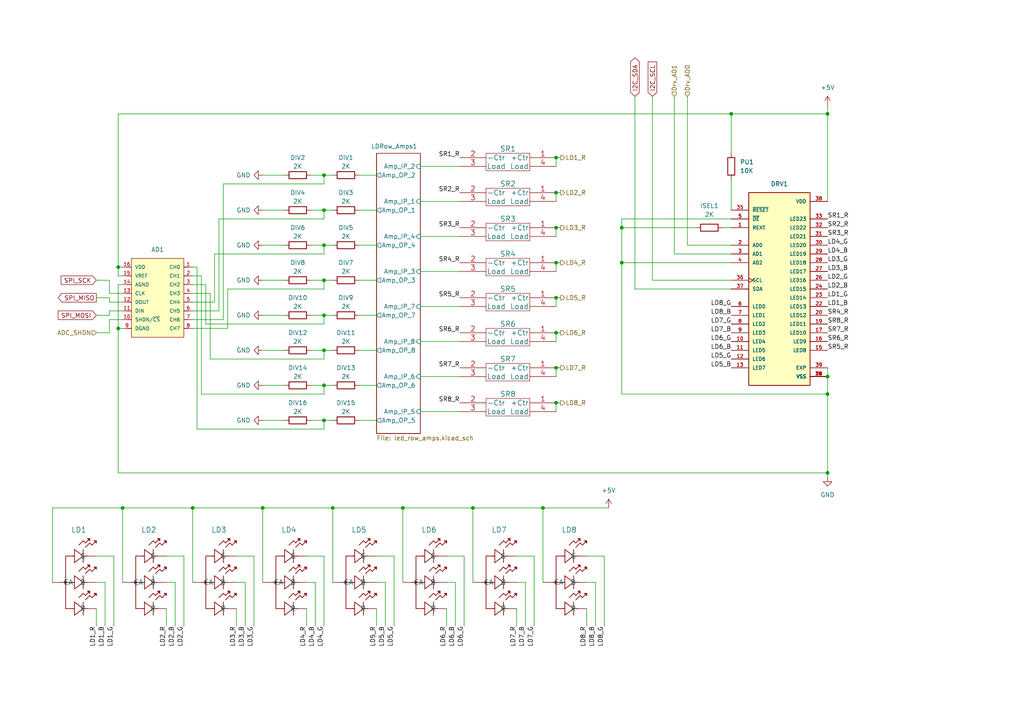
<source format=kicad_sch>
(kicad_sch (version 20211123) (generator eeschema)
  (paper "A4")
  (lib_symbols
    (symbol "ADC:MCU-MCP3008-I{brace}slash}P(DIP16-7.62MM)" (pin_names (offset 1.016))
      (property "Reference" "LED_Row_ADC_1" (at -0.381 15.24 0))
      (symbol "MCU-MCP3008-I{brace}slash}P(DIP16-7.62MM)_0_0"
        (rectangle (start -7.62 11.43) (end 7.62 -11.43) (stroke (width 0.1524)) (fill (type background)))
        (polyline (pts (xy -8.89 -8.89) (xy -7.62 -8.89)) (stroke (width 0.1524)))
        (polyline (pts (xy -8.89 -6.35) (xy -7.62 -6.35)) (stroke (width 0.1524)))
        (polyline (pts (xy -8.89 -3.81) (xy -7.62 -3.81)) (stroke (width 0.1524)))
        (polyline (pts (xy -8.89 -1.27) (xy -7.62 -1.27)) (stroke (width 0.1524)))
        (polyline (pts (xy -8.89 1.27) (xy -7.62 1.27)) (stroke (width 0.1524)))
        (polyline (pts (xy -8.89 3.81) (xy -7.62 3.81)) (stroke (width 0.1524)))
        (polyline (pts (xy -8.89 6.35) (xy -7.62 6.35)) (stroke (width 0.1524)))
        (polyline (pts (xy -8.89 8.89) (xy -7.62 8.89)) (stroke (width 0.1524)))
        (polyline (pts (xy 7.62 -8.89) (xy 8.89 -8.89)) (stroke (width 0.1524)))
        (polyline (pts (xy 7.62 -6.35) (xy 8.89 -6.35)) (stroke (width 0.1524)))
        (polyline (pts (xy 7.62 -3.81) (xy 8.89 -3.81)) (stroke (width 0.1524)))
        (polyline (pts (xy 7.62 -1.27) (xy 8.89 -1.27)) (stroke (width 0.1524)))
        (polyline (pts (xy 7.62 1.27) (xy 8.89 1.27)) (stroke (width 0.1524)))
        (polyline (pts (xy 7.62 3.81) (xy 8.89 3.81)) (stroke (width 0.1524)))
        (polyline (pts (xy 7.62 6.35) (xy 8.89 6.35)) (stroke (width 0.1524)))
        (polyline (pts (xy 7.62 8.89) (xy 8.89 8.89)) (stroke (width 0.1524)))
        (pin input line (at -10.16 8.89 0) (length 2.54) (name "CH0") (number "1"))
        (pin input line (at 10.16 -6.35 180) (length 2.54) (name "SHDN/~{CS}") (number "10"))
        (pin input line (at 10.16 -3.81 180) (length 2.54) (name "DIN") (number "11"))
        (pin output line (at 10.16 -1.27 180) (length 2.54) (name "DOUT") (number "12"))
        (pin input line (at 10.16 1.27 180) (length 2.54) (name "CLK") (number "13"))
        (pin power_in line (at 10.16 3.81 180) (length 2.54) (name "AGND") (number "14"))
        (pin input line (at 10.16 6.35 180) (length 2.54) (name "VREF") (number "15"))
        (pin power_in line (at 10.16 8.89 180) (length 2.54) (name "VDD") (number "16"))
        (pin input line (at -10.16 6.35 0) (length 2.54) (name "CH1") (number "2"))
        (pin input line (at -10.16 3.81 0) (length 2.54) (name "CH2") (number "3"))
        (pin input line (at -10.16 1.27 0) (length 2.54) (name "CH3") (number "4"))
        (pin input line (at -10.16 -1.27 0) (length 2.54) (name "CH4") (number "5"))
        (pin input line (at -10.16 -3.81 0) (length 2.54) (name "CH5") (number "6"))
        (pin input line (at -10.16 -6.35 0) (length 2.54) (name "CH6") (number "7"))
        (pin input line (at -10.16 -8.89 0) (length 2.54) (name "CH7") (number "8"))
        (pin input line (at 10.16 -8.89 180) (length 2.54) (name "DGND") (number "9"))
      )
    )
    (symbol "Device:R" (pin_numbers hide) (pin_names (offset 0))
      (property "Reference" "R" (at 2.032 0 90))
      (property "Value" "R" (at 0 0 90))
      (symbol "R_0_1"
        (rectangle (start -1.016 -2.54) (end 1.016 2.54) (stroke (width 0.254)))
      )
      (symbol "R_1_1"
        (pin passive line (at 0 3.81 270) (length 1.27) (name "~") (number "1"))
        (pin passive line (at 0 -3.81 90) (length 1.27) (name "~") (number "2"))
      )
    )
    (symbol "LED Driver:PCA9956BTWY" (pin_names (offset 1.016))
      (property "Reference" "LED_Driver_1" (at 0 30.48 0))
      (symbol "PCA9956BTWY_0_0"
        (rectangle (start -8.89 27.94) (end 8.89 -27.94) (stroke (width 0.254)) (fill (type background)))
        (pin input line (at -13.97 17.78 0) (length 5.08) (name "REXT") (number "1"))
        (pin output line (at -13.97 -15.24 0) (length 5.08) (name "LED4") (number "10"))
        (pin output line (at -13.97 -17.78 0) (length 5.08) (name "LED5") (number "11"))
        (pin output line (at -13.97 -20.32 0) (length 5.08) (name "LED6") (number "12"))
        (pin output line (at -13.97 -22.86 0) (length 5.08) (name "LED7") (number "13"))
        (pin power_in line (at 13.97 -25.4 180) (length 5.08) (name "VSS") (number "14"))
        (pin output line (at 13.97 -17.78 180) (length 5.08) (name "LED8") (number "15"))
        (pin output line (at 13.97 -15.24 180) (length 5.08) (name "LED9") (number "16"))
        (pin output line (at 13.97 -12.7 180) (length 5.08) (name "LED10") (number "17"))
        (pin power_in line (at 13.97 -25.4 180) (length 5.08) (name "VSS") (number "18"))
        (pin output line (at 13.97 -10.16 180) (length 5.08) (name "LED11") (number "19"))
        (pin input line (at -13.97 12.7 0) (length 5.08) (name "AD0") (number "2"))
        (pin output line (at 13.97 -7.62 180) (length 5.08) (name "LED12") (number "20"))
        (pin power_in line (at 13.97 -25.4 180) (length 5.08) (name "VSS") (number "21"))
        (pin output line (at 13.97 -5.08 180) (length 5.08) (name "LED13") (number "22"))
        (pin output line (at 13.97 -2.54 180) (length 5.08) (name "LED14") (number "23"))
        (pin output line (at 13.97 0 180) (length 5.08) (name "LED15") (number "24"))
        (pin power_in line (at 13.97 -25.4 180) (length 5.08) (name "VSS") (number "25"))
        (pin output line (at 13.97 2.54 180) (length 5.08) (name "LED16") (number "26"))
        (pin output line (at 13.97 5.08 180) (length 5.08) (name "LED17") (number "27"))
        (pin output line (at 13.97 7.62 180) (length 5.08) (name "LED18") (number "28"))
        (pin output line (at 13.97 10.16 180) (length 5.08) (name "LED19") (number "29"))
        (pin input line (at -13.97 10.16 0) (length 5.08) (name "AD1") (number "3"))
        (pin output line (at 13.97 12.7 180) (length 5.08) (name "LED20") (number "30"))
        (pin output line (at 13.97 15.24 180) (length 5.08) (name "LED21") (number "31"))
        (pin output line (at 13.97 17.78 180) (length 5.08) (name "LED22") (number "32"))
        (pin output line (at 13.97 20.32 180) (length 5.08) (name "LED23") (number "33"))
        (pin power_in line (at 13.97 -25.4 180) (length 5.08) (name "VSS") (number "34"))
        (pin input line (at -13.97 22.86 0) (length 5.08) (name "~{RESET}") (number "35"))
        (pin input clock (at -13.97 2.54 0) (length 5.08) (name "SCL") (number "36"))
        (pin bidirectional line (at -13.97 0 0) (length 5.08) (name "SDA") (number "37"))
        (pin power_in line (at 13.97 25.4 180) (length 5.08) (name "VDD") (number "38"))
        (pin power_in line (at 13.97 -22.86 180) (length 5.08) (name "EXP") (number "39"))
        (pin input line (at -13.97 7.62 0) (length 5.08) (name "AD2") (number "4"))
        (pin input line (at -13.97 20.32 0) (length 5.08) (name "~{OE}") (number "5"))
        (pin output line (at -13.97 -5.08 0) (length 5.08) (name "LED0") (number "6"))
        (pin output line (at -13.97 -7.62 0) (length 5.08) (name "LED1") (number "7"))
        (pin output line (at -13.97 -10.16 0) (length 5.08) (name "LED2") (number "8"))
        (pin output line (at -13.97 -12.7 0) (length 5.08) (name "LED3") (number "9"))
      )
    )
    (symbol "RGB LED:WP154A4SEJ3VBDZGC{brace}slash}CA" (pin_numbers hide)
      (property "Reference" "LED" (at 5.08 -11.43 0))
      (property "Value" "WP154A4SEJ3VBDZGC{brace}slash}CA" (at 5.08 -13.97 0))
      (symbol "WP154A4SEJ3VBDZGC{brace}slash}CA_1_1"
        (polyline (pts (xy 2.54 0) (xy 6.0198 0)) (stroke (width 0.2032)))
        (polyline (pts (xy 3.81 -7.62) (xy 6.0198 -7.62)) (stroke (width 0.2032)))
        (polyline (pts (xy 3.81 7.62) (xy 3.81 -7.62)) (stroke (width 0.2032)))
        (polyline (pts (xy 3.81 7.62) (xy 6.0198 7.62)) (stroke (width 0.2032)))
        (polyline (pts (xy 5.715 -7.62) (xy 6.35 -7.62)) (stroke (width 0.2032)))
        (polyline (pts (xy 5.715 0) (xy 6.35 0)) (stroke (width 0.2032)))
        (polyline (pts (xy 5.715 7.62) (xy 6.35 7.62)) (stroke (width 0.2032)))
        (polyline (pts (xy 6.35 -9.525) (xy 8.89 -7.62)) (stroke (width 0.2032)))
        (polyline (pts (xy 6.35 -5.715) (xy 6.35 -9.525)) (stroke (width 0.2032)))
        (polyline (pts (xy 6.35 -1.905) (xy 8.89 0)) (stroke (width 0.2032)))
        (polyline (pts (xy 6.35 1.905) (xy 6.35 -1.905)) (stroke (width 0.2032)))
        (polyline (pts (xy 6.35 5.715) (xy 8.89 7.62)) (stroke (width 0.2032)))
        (polyline (pts (xy 6.35 9.525) (xy 6.35 5.715)) (stroke (width 0.2032)))
        (polyline (pts (xy 7.62 -4.445) (xy 8.89 -3.175)) (stroke (width 0.2032)))
        (polyline (pts (xy 7.62 3.175) (xy 8.89 4.445)) (stroke (width 0.2032)))
        (polyline (pts (xy 7.62 10.795) (xy 8.89 12.065)) (stroke (width 0.2032)))
        (polyline (pts (xy 8.89 -9.525) (xy 8.89 -5.715)) (stroke (width 0.2032)))
        (polyline (pts (xy 8.89 -7.62) (xy 6.35 -5.715)) (stroke (width 0.2032)))
        (polyline (pts (xy 8.89 -7.62) (xy 10.16 -7.62)) (stroke (width 0.2032)))
        (polyline (pts (xy 8.89 -3.175) (xy 9.525 -3.81)) (stroke (width 0.2032)))
        (polyline (pts (xy 8.89 -1.905) (xy 8.89 1.905)) (stroke (width 0.2032)))
        (polyline (pts (xy 8.89 0) (xy 6.35 1.905)) (stroke (width 0.2032)))
        (polyline (pts (xy 8.89 0) (xy 10.16 0)) (stroke (width 0.2032)))
        (polyline (pts (xy 8.89 4.445) (xy 9.525 3.81)) (stroke (width 0.2032)))
        (polyline (pts (xy 8.89 5.715) (xy 8.89 9.525)) (stroke (width 0.2032)))
        (polyline (pts (xy 8.89 7.62) (xy 6.35 9.525)) (stroke (width 0.2032)))
        (polyline (pts (xy 8.89 7.62) (xy 10.16 7.62)) (stroke (width 0.2032)))
        (polyline (pts (xy 8.89 12.065) (xy 9.525 11.43)) (stroke (width 0.2032)))
        (polyline (pts (xy 9.525 -5.08) (xy 10.795 -3.81)) (stroke (width 0.2032)))
        (polyline (pts (xy 9.525 -3.81) (xy 10.795 -2.54)) (stroke (width 0.2032)))
        (polyline (pts (xy 9.525 2.54) (xy 10.795 3.81)) (stroke (width 0.2032)))
        (polyline (pts (xy 9.525 3.81) (xy 10.795 5.08)) (stroke (width 0.2032)))
        (polyline (pts (xy 9.525 10.16) (xy 10.795 11.43)) (stroke (width 0.2032)))
        (polyline (pts (xy 9.525 11.43) (xy 10.795 12.7)) (stroke (width 0.2032)))
        (polyline (pts (xy 10.16 -2.54) (xy 10.795 -3.175)) (stroke (width 0.2032)))
        (polyline (pts (xy 10.16 5.08) (xy 10.795 4.445)) (stroke (width 0.2032)))
        (polyline (pts (xy 10.16 12.7) (xy 10.795 12.065)) (stroke (width 0.2032)))
        (polyline (pts (xy 10.795 -3.81) (xy 11.43 -4.445)) (stroke (width 0.2032)))
        (polyline (pts (xy 10.795 -3.175) (xy 10.795 -2.54)) (stroke (width 0.2032)))
        (polyline (pts (xy 10.795 -2.54) (xy 10.16 -2.54)) (stroke (width 0.2032)))
        (polyline (pts (xy 10.795 3.81) (xy 11.43 3.175)) (stroke (width 0.2032)))
        (polyline (pts (xy 10.795 4.445) (xy 10.795 5.08)) (stroke (width 0.2032)))
        (polyline (pts (xy 10.795 5.08) (xy 10.16 5.08)) (stroke (width 0.2032)))
        (polyline (pts (xy 10.795 11.43) (xy 11.43 10.795)) (stroke (width 0.2032)))
        (polyline (pts (xy 10.795 12.065) (xy 10.795 12.7)) (stroke (width 0.2032)))
        (polyline (pts (xy 10.795 12.7) (xy 10.16 12.7)) (stroke (width 0.2032)))
        (polyline (pts (xy 11.43 -4.445) (xy 12.7 -3.175)) (stroke (width 0.2032)))
        (polyline (pts (xy 11.43 3.175) (xy 12.7 4.445)) (stroke (width 0.2032)))
        (polyline (pts (xy 11.43 10.795) (xy 12.7 12.065)) (stroke (width 0.2032)))
        (polyline (pts (xy 12.065 -3.175) (xy 12.7 -3.81)) (stroke (width 0.2032)))
        (polyline (pts (xy 12.065 4.445) (xy 12.7 3.81)) (stroke (width 0.2032)))
        (polyline (pts (xy 12.065 12.065) (xy 12.7 11.43)) (stroke (width 0.2032)))
        (polyline (pts (xy 12.7 -3.81) (xy 12.7 -3.175)) (stroke (width 0.2032)))
        (polyline (pts (xy 12.7 -3.175) (xy 12.065 -3.175)) (stroke (width 0.2032)))
        (polyline (pts (xy 12.7 3.81) (xy 12.7 4.445)) (stroke (width 0.2032)))
        (polyline (pts (xy 12.7 4.445) (xy 12.065 4.445)) (stroke (width 0.2032)))
        (polyline (pts (xy 12.7 11.43) (xy 12.7 12.065)) (stroke (width 0.2032)))
        (polyline (pts (xy 12.7 12.065) (xy 12.065 12.065)) (stroke (width 0.2032)))
        (arc (start 3.81 -0.254) (mid 3.81 0.254) (end 3.81 -0.254) (stroke (width 0.254)))
        (circle (center 3.81 0) (radius 0.254) (stroke (width 0.254)))
        (pin unspecified line (at 12.7 -7.62 180) (length 2.54) (name "R") (number "1"))
        (pin power_in line (at 0 0 0) (length 2.54) (name "CA") (number "2"))
        (pin unspecified line (at 12.7 0 180) (length 2.54) (name "B") (number "3"))
        (pin unspecified line (at 12.7 7.62 180) (length 2.54) (name "G") (number "4"))
      )
    )
    (symbol "SSR:TLP4176ATP_F" (pin_names (offset 0.254))
      (property "Reference" "Q" (at 0 3.81 0))
      (symbol "TLP4176ATP_F_1_1"
        (polyline (pts (xy -6.35 -2.54) (xy 6.35 -2.54)) (stroke (width 0.127)))
        (polyline (pts (xy -6.35 2.54) (xy -6.35 -2.54)) (stroke (width 0.127)))
        (polyline (pts (xy 6.35 -2.54) (xy 6.35 2.54)) (stroke (width 0.127)))
        (polyline (pts (xy 6.35 2.54) (xy -6.35 2.54)) (stroke (width 0.127)))
        (pin unspecified line (at 13.97 1.27 180) (length 7.62) (name "+Ctr") (number "1"))
        (pin unspecified line (at -13.97 1.27 0) (length 7.62) (name "-Ctr") (number "2"))
        (pin unspecified line (at -13.97 -1.27 0) (length 7.62) (name "Load") (number "3"))
        (pin unspecified line (at 13.97 -1.27 180) (length 7.62) (name "Load") (number "4"))
      )
    )
    (symbol "power:+5V" (power) (pin_names (offset 0))
      (property "Value" "+5V" (at 0 3.556 0))
      (symbol "+5V_0_1"
        (polyline (pts (xy -0.762 1.27) (xy 0 2.54)))
        (polyline (pts (xy 0 0) (xy 0 2.54)))
        (polyline (pts (xy 0 2.54) (xy 0.762 1.27)))
      )
      (symbol "+5V_1_1"
        (pin power_in line (at 0 0 90) (length 0) hide (name "+5V") (number "1"))
      )
    )
    (symbol "power:GND" (power) (pin_names (offset 0))
      (property "Value" "GND" (at 0 -3.81 0))
      (symbol "GND_0_1"
        (polyline (pts (xy 0 0) (xy 0 -1.27) (xy 1.27 -1.27) (xy 0 -2.54) (xy -1.27 -1.27) (xy 0 -1.27)))
      )
      (symbol "GND_1_1"
        (pin power_in line (at 0 0 270) (length 0) hide (name "GND") (number "1"))
      )
    )
  )
  (junction (at 161.29 45.72))
  (junction (at 55.88 147.32))
  (junction (at 161.29 106.68))
  (junction (at 93.98 50.8))
  (junction (at 180.34 76.2))
  (junction (at 35.56 147.32))
  (junction (at 93.98 111.76))
  (junction (at 137.16 147.32))
  (junction (at 93.98 71.12))
  (junction (at 161.29 55.88))
  (junction (at 116.84 147.32))
  (junction (at 34.29 77.47))
  (junction (at 96.52 147.32))
  (junction (at 93.98 101.6))
  (junction (at 76.2 147.32))
  (junction (at 161.29 66.04))
  (junction (at 161.29 96.52))
  (junction (at 161.29 86.36))
  (junction (at 34.29 95.25))
  (junction (at 93.98 60.96))
  (junction (at 161.29 116.84))
  (junction (at 240.03 114.3))
  (junction (at 93.98 121.92))
  (junction (at 240.03 109.22))
  (junction (at 240.03 33.02))
  (junction (at 93.98 91.44))
  (junction (at 180.34 66.04))
  (junction (at 212.09 33.02))
  (junction (at 161.29 76.2))
  (junction (at 157.48 147.32))
  (junction (at 93.98 81.28))
  (junction (at 240.03 137.16))
  (wire (pts (xy 90.17 50.8) (xy 93.98 50.8)))
  (wire (pts (xy 104.14 101.6) (xy 109.22 101.6)))
  (wire (pts (xy 180.34 66.04) (xy 180.34 63.5)))
  (wire (pts (xy 170.18 168.91) (xy 172.72 168.91)))
  (wire (pts (xy 93.98 161.29) (xy 93.98 181.61)))
  (wire (pts (xy 63.5 63.5) (xy 63.5 90.17)))
  (wire (pts (xy 31.75 81.28) (xy 31.75 85.09)))
  (wire (pts (xy 48.26 168.91) (xy 50.8 168.91)))
  (wire (pts (xy 93.98 81.28) (xy 96.52 81.28)))
  (wire (pts (xy 109.22 161.29) (xy 114.3 161.29)))
  (wire (pts (xy 93.98 101.6) (xy 96.52 101.6)))
  (wire (pts (xy 121.92 109.22) (xy 133.35 109.22)))
  (wire (pts (xy 96.52 147.32) (xy 96.52 168.91)))
  (wire (pts (xy 53.34 161.29) (xy 53.34 181.61)))
  (wire (pts (xy 104.14 91.44) (xy 109.22 91.44)))
  (wire (pts (xy 34.29 77.47) (xy 34.29 33.02)))
  (wire (pts (xy 27.94 176.53) (xy 27.94 181.61)))
  (wire (pts (xy 180.34 76.2) (xy 212.09 76.2)))
  (wire (pts (xy 212.09 33.02) (xy 212.09 44.45)))
  (wire (pts (xy 240.03 33.02) (xy 240.03 58.42)))
  (wire (pts (xy 189.23 27.94) (xy 189.23 81.28)))
  (wire (pts (xy 55.88 147.32) (xy 55.88 168.91)))
  (wire (pts (xy 116.84 147.32) (xy 137.16 147.32)))
  (wire (pts (xy 104.14 71.12) (xy 109.22 71.12)))
  (wire (pts (xy 93.98 121.92) (xy 96.52 121.92)))
  (wire (pts (xy 170.18 176.53) (xy 170.18 181.61)))
  (wire (pts (xy 93.98 111.76) (xy 96.52 111.76)))
  (wire (pts (xy 27.94 161.29) (xy 33.02 161.29)))
  (wire (pts (xy 175.26 161.29) (xy 175.26 181.61)))
  (wire (pts (xy 240.03 106.68) (xy 240.03 109.22)))
  (wire (pts (xy 88.9 168.91) (xy 91.44 168.91)))
  (wire (pts (xy 240.03 137.16) (xy 240.03 138.43)))
  (wire (pts (xy 161.29 66.04) (xy 162.56 66.04)))
  (wire (pts (xy 132.08 168.91) (xy 132.08 181.61)))
  (wire (pts (xy 161.29 55.88) (xy 162.56 55.88)))
  (wire (pts (xy 180.34 63.5) (xy 212.09 63.5)))
  (wire (pts (xy 55.88 85.09) (xy 60.96 85.09)))
  (wire (pts (xy 121.92 68.58) (xy 133.35 68.58)))
  (wire (pts (xy 199.39 71.12) (xy 212.09 71.12)))
  (wire (pts (xy 76.2 81.28) (xy 82.55 81.28)))
  (wire (pts (xy 34.29 137.16) (xy 240.03 137.16)))
  (wire (pts (xy 93.98 73.66) (xy 93.98 71.12)))
  (wire (pts (xy 55.88 82.55) (xy 59.69 82.55)))
  (wire (pts (xy 184.15 83.82) (xy 212.09 83.82)))
  (wire (pts (xy 27.94 86.36) (xy 31.75 86.36)))
  (wire (pts (xy 88.9 176.53) (xy 88.9 181.61)))
  (wire (pts (xy 68.58 168.91) (xy 71.12 168.91)))
  (wire (pts (xy 64.77 92.71) (xy 64.77 53.34)))
  (wire (pts (xy 104.14 60.96) (xy 109.22 60.96)))
  (wire (pts (xy 149.86 161.29) (xy 154.94 161.29)))
  (wire (pts (xy 96.52 147.32) (xy 116.84 147.32)))
  (wire (pts (xy 50.8 168.91) (xy 50.8 181.61)))
  (wire (pts (xy 59.69 82.55) (xy 59.69 93.98)))
  (wire (pts (xy 34.29 82.55) (xy 34.29 95.25)))
  (wire (pts (xy 35.56 147.32) (xy 35.56 168.91)))
  (wire (pts (xy 199.39 27.94) (xy 199.39 71.12)))
  (wire (pts (xy 161.29 116.84) (xy 162.56 116.84)))
  (wire (pts (xy 93.98 71.12) (xy 96.52 71.12)))
  (wire (pts (xy 90.17 101.6) (xy 93.98 101.6)))
  (wire (pts (xy 33.02 161.29) (xy 33.02 181.61)))
  (wire (pts (xy 76.2 60.96) (xy 82.55 60.96)))
  (wire (pts (xy 90.17 111.76) (xy 93.98 111.76)))
  (wire (pts (xy 60.96 85.09) (xy 60.96 104.14)))
  (wire (pts (xy 34.29 33.02) (xy 212.09 33.02)))
  (wire (pts (xy 93.98 91.44) (xy 96.52 91.44)))
  (wire (pts (xy 149.86 168.91) (xy 152.4 168.91)))
  (wire (pts (xy 27.94 96.52) (xy 31.75 96.52)))
  (wire (pts (xy 93.98 124.46) (xy 93.98 121.92)))
  (wire (pts (xy 76.2 147.32) (xy 96.52 147.32)))
  (wire (pts (xy 104.14 111.76) (xy 109.22 111.76)))
  (wire (pts (xy 93.98 63.5) (xy 93.98 60.96)))
  (wire (pts (xy 90.17 91.44) (xy 93.98 91.44)))
  (wire (pts (xy 31.75 87.63) (xy 35.56 87.63)))
  (wire (pts (xy 73.66 161.29) (xy 73.66 181.61)))
  (wire (pts (xy 34.29 95.25) (xy 35.56 95.25)))
  (wire (pts (xy 104.14 121.92) (xy 109.22 121.92)))
  (wire (pts (xy 109.22 176.53) (xy 109.22 181.61)))
  (wire (pts (xy 31.75 92.71) (xy 35.56 92.71)))
  (wire (pts (xy 189.23 81.28) (xy 212.09 81.28)))
  (wire (pts (xy 58.42 80.01) (xy 58.42 114.3)))
  (wire (pts (xy 170.18 161.29) (xy 175.26 161.29)))
  (wire (pts (xy 34.29 77.47) (xy 34.29 80.01)))
  (wire (pts (xy 137.16 147.32) (xy 137.16 168.91)))
  (wire (pts (xy 62.23 73.66) (xy 93.98 73.66)))
  (wire (pts (xy 64.77 53.34) (xy 93.98 53.34)))
  (wire (pts (xy 31.75 91.44) (xy 31.75 90.17)))
  (wire (pts (xy 109.22 168.91) (xy 111.76 168.91)))
  (wire (pts (xy 134.62 161.29) (xy 134.62 181.61)))
  (wire (pts (xy 93.98 104.14) (xy 93.98 101.6)))
  (wire (pts (xy 93.98 93.98) (xy 93.98 91.44)))
  (wire (pts (xy 161.29 119.38) (xy 161.29 116.84)))
  (wire (pts (xy 90.17 71.12) (xy 93.98 71.12)))
  (wire (pts (xy 161.29 76.2) (xy 162.56 76.2)))
  (wire (pts (xy 161.29 48.26) (xy 161.29 45.72)))
  (wire (pts (xy 121.92 58.42) (xy 133.35 58.42)))
  (wire (pts (xy 240.03 30.48) (xy 240.03 33.02)))
  (wire (pts (xy 76.2 101.6) (xy 82.55 101.6)))
  (wire (pts (xy 93.98 114.3) (xy 93.98 111.76)))
  (wire (pts (xy 60.96 104.14) (xy 93.98 104.14)))
  (wire (pts (xy 66.04 83.82) (xy 66.04 95.25)))
  (wire (pts (xy 15.24 168.91) (xy 15.24 147.32)))
  (wire (pts (xy 121.92 88.9) (xy 133.35 88.9)))
  (wire (pts (xy 34.29 95.25) (xy 34.29 137.16)))
  (wire (pts (xy 35.56 82.55) (xy 34.29 82.55)))
  (wire (pts (xy 212.09 52.07) (xy 212.09 60.96)))
  (wire (pts (xy 93.98 83.82) (xy 66.04 83.82)))
  (wire (pts (xy 55.88 80.01) (xy 58.42 80.01)))
  (wire (pts (xy 91.44 168.91) (xy 91.44 181.61)))
  (wire (pts (xy 161.29 86.36) (xy 162.56 86.36)))
  (wire (pts (xy 161.29 68.58) (xy 161.29 66.04)))
  (wire (pts (xy 129.54 168.91) (xy 132.08 168.91)))
  (wire (pts (xy 121.92 99.06) (xy 133.35 99.06)))
  (wire (pts (xy 55.88 77.47) (xy 57.15 77.47)))
  (wire (pts (xy 93.98 60.96) (xy 96.52 60.96)))
  (wire (pts (xy 76.2 71.12) (xy 82.55 71.12)))
  (wire (pts (xy 35.56 77.47) (xy 34.29 77.47)))
  (wire (pts (xy 57.15 77.47) (xy 57.15 124.46)))
  (wire (pts (xy 161.29 99.06) (xy 161.29 96.52)))
  (wire (pts (xy 76.2 91.44) (xy 82.55 91.44)))
  (wire (pts (xy 76.2 121.92) (xy 82.55 121.92)))
  (wire (pts (xy 180.34 66.04) (xy 201.93 66.04)))
  (wire (pts (xy 27.94 81.28) (xy 31.75 81.28)))
  (wire (pts (xy 76.2 147.32) (xy 76.2 168.91)))
  (wire (pts (xy 93.98 83.82) (xy 93.98 81.28)))
  (wire (pts (xy 240.03 114.3) (xy 240.03 137.16)))
  (wire (pts (xy 152.4 168.91) (xy 152.4 181.61)))
  (wire (pts (xy 93.98 53.34) (xy 93.98 50.8)))
  (wire (pts (xy 93.98 50.8) (xy 96.52 50.8)))
  (wire (pts (xy 161.29 106.68) (xy 162.56 106.68)))
  (wire (pts (xy 184.15 27.94) (xy 184.15 83.82)))
  (wire (pts (xy 31.75 90.17) (xy 35.56 90.17)))
  (wire (pts (xy 31.75 96.52) (xy 31.75 92.71)))
  (wire (pts (xy 180.34 76.2) (xy 180.34 66.04)))
  (wire (pts (xy 34.29 80.01) (xy 35.56 80.01)))
  (wire (pts (xy 154.94 161.29) (xy 154.94 181.61)))
  (wire (pts (xy 180.34 114.3) (xy 180.34 76.2)))
  (wire (pts (xy 76.2 111.76) (xy 82.55 111.76)))
  (wire (pts (xy 240.03 109.22) (xy 240.03 114.3)))
  (wire (pts (xy 195.58 27.94) (xy 195.58 73.66)))
  (wire (pts (xy 55.88 87.63) (xy 62.23 87.63)))
  (wire (pts (xy 55.88 147.32) (xy 76.2 147.32)))
  (wire (pts (xy 63.5 90.17) (xy 55.88 90.17)))
  (wire (pts (xy 71.12 168.91) (xy 71.12 181.61)))
  (wire (pts (xy 161.29 58.42) (xy 161.29 55.88)))
  (wire (pts (xy 90.17 81.28) (xy 93.98 81.28)))
  (wire (pts (xy 48.26 176.53) (xy 48.26 181.61)))
  (wire (pts (xy 157.48 147.32) (xy 157.48 168.91)))
  (wire (pts (xy 161.29 88.9) (xy 161.29 86.36)))
  (wire (pts (xy 209.55 66.04) (xy 212.09 66.04)))
  (wire (pts (xy 111.76 168.91) (xy 111.76 181.61)))
  (wire (pts (xy 212.09 33.02) (xy 240.03 33.02)))
  (wire (pts (xy 116.84 147.32) (xy 116.84 168.91)))
  (wire (pts (xy 27.94 91.44) (xy 31.75 91.44)))
  (wire (pts (xy 58.42 114.3) (xy 93.98 114.3)))
  (wire (pts (xy 161.29 96.52) (xy 162.56 96.52)))
  (wire (pts (xy 59.69 93.98) (xy 93.98 93.98)))
  (wire (pts (xy 15.24 147.32) (xy 35.56 147.32)))
  (wire (pts (xy 114.3 161.29) (xy 114.3 181.61)))
  (wire (pts (xy 121.92 119.38) (xy 133.35 119.38)))
  (wire (pts (xy 161.29 109.22) (xy 161.29 106.68)))
  (wire (pts (xy 27.94 168.91) (xy 30.48 168.91)))
  (wire (pts (xy 55.88 95.25) (xy 66.04 95.25)))
  (wire (pts (xy 104.14 50.8) (xy 109.22 50.8)))
  (wire (pts (xy 157.48 147.32) (xy 176.53 147.32)))
  (wire (pts (xy 161.29 78.74) (xy 161.29 76.2)))
  (wire (pts (xy 76.2 50.8) (xy 82.55 50.8)))
  (wire (pts (xy 48.26 161.29) (xy 53.34 161.29)))
  (wire (pts (xy 64.77 92.71) (xy 55.88 92.71)))
  (wire (pts (xy 121.92 78.74) (xy 133.35 78.74)))
  (wire (pts (xy 161.29 45.72) (xy 162.56 45.72)))
  (wire (pts (xy 31.75 86.36) (xy 31.75 87.63)))
  (wire (pts (xy 93.98 63.5) (xy 63.5 63.5)))
  (wire (pts (xy 57.15 124.46) (xy 93.98 124.46)))
  (wire (pts (xy 88.9 161.29) (xy 93.98 161.29)))
  (wire (pts (xy 121.92 48.26) (xy 133.35 48.26)))
  (wire (pts (xy 240.03 114.3) (xy 180.34 114.3)))
  (wire (pts (xy 90.17 121.92) (xy 93.98 121.92)))
  (wire (pts (xy 35.56 147.32) (xy 55.88 147.32)))
  (wire (pts (xy 30.48 168.91) (xy 30.48 181.61)))
  (wire (pts (xy 104.14 81.28) (xy 109.22 81.28)))
  (wire (pts (xy 129.54 176.53) (xy 129.54 181.61)))
  (wire (pts (xy 90.17 60.96) (xy 93.98 60.96)))
  (wire (pts (xy 129.54 161.29) (xy 134.62 161.29)))
  (wire (pts (xy 149.86 176.53) (xy 149.86 181.61)))
  (wire (pts (xy 172.72 168.91) (xy 172.72 181.61)))
  (wire (pts (xy 68.58 161.29) (xy 73.66 161.29)))
  (wire (pts (xy 62.23 87.63) (xy 62.23 73.66)))
  (wire (pts (xy 137.16 147.32) (xy 157.48 147.32)))
  (wire (pts (xy 68.58 176.53) (xy 68.58 181.61)))
  (wire (pts (xy 31.75 85.09) (xy 35.56 85.09)))
  (wire (pts (xy 195.58 73.66) (xy 212.09 73.66)))
  (label "LD4_G" (at 240.03 71.12 0))
  (label "LD2_G" (at 240.03 81.28 0))
  (label "LD6_B" (at 132.08 181.61 270))
  (label "LD3_B" (at 71.12 181.61 270))
  (label "LD3_R" (at 68.58 181.61 270))
  (label "LD4_B" (at 91.44 181.61 270))
  (label "LD5_B" (at 212.09 106.68 180))
  (label "SR3_R" (at 240.03 68.58 0))
  (label "SR7_R" (at 240.03 96.52 0))
  (label "LD7_R" (at 149.86 181.61 270))
  (label "LD6_G" (at 134.62 181.61 270))
  (label "LD3_G" (at 73.66 181.61 270))
  (label "LD8_R" (at 170.18 181.61 270))
  (label "SR5_R" (at 240.03 101.6 0))
  (label "SR2_R" (at 240.03 66.04 0))
  (label "LD6_B" (at 212.09 101.6 180))
  (label "LD5_R" (at 109.22 181.61 270))
  (label "LD4_B" (at 240.03 73.66 0))
  (label "LD5_G" (at 114.3 181.61 270))
  (label "LD7_G" (at 154.94 181.61 270))
  (label "SR1_R" (at 133.35 45.72 180))
  (label "LD2_R" (at 48.26 181.61 270))
  (label "LD8_G" (at 175.26 181.61 270))
  (label "SR1_R" (at 240.03 63.5 0))
  (label "LD6_R" (at 129.54 181.61 270))
  (label "SR5_R" (at 133.35 86.36 180))
  (label "LD4_G" (at 93.98 181.61 270))
  (label "SR7_R" (at 133.35 106.68 180))
  (label "LD6_G" (at 212.09 99.06 180))
  (label "SR3_R" (at 133.35 66.04 180))
  (label "LD1_B" (at 30.48 181.61 270))
  (label "LD8_G" (at 212.09 88.9 180))
  (label "LD7_B" (at 212.09 96.52 180))
  (label "SR6_R" (at 133.35 96.52 180))
  (label "LD2_B" (at 50.8 181.61 270))
  (label "LD1_B" (at 240.03 88.9 0))
  (label "LD3_G" (at 240.03 76.2 0))
  (label "LD7_G" (at 212.09 93.98 180))
  (label "LD2_B" (at 240.03 83.82 0))
  (label "LD1_R" (at 27.94 181.61 270))
  (label "LD8_B" (at 172.72 181.61 270))
  (label "LD5_B" (at 111.76 181.61 270))
  (label "LD4_R" (at 88.9 181.61 270))
  (label "SR4_R" (at 240.03 91.44 0))
  (label "SR8_R" (at 133.35 116.84 180))
  (label "LD3_B" (at 240.03 78.74 0))
  (label "LD7_B" (at 152.4 181.61 270))
  (label "LD1_G" (at 240.03 86.36 0))
  (label "SR2_R" (at 133.35 55.88 180))
  (label "LD1_G" (at 33.02 181.61 270))
  (label "LD2_G" (at 53.34 181.61 270))
  (label "LD8_B" (at 212.09 91.44 180))
  (label "SR4_R" (at 133.35 76.2 180))
  (label "LD5_G" (at 212.09 104.14 180))
  (label "SR8_R" (at 240.03 93.98 0))
  (label "SR6_R" (at 240.03 99.06 0))
  (global_label "SPI_MOSI" (shape input) (at 27.94 91.44 180) (property "Intersheet References" "${INTERSHEET_REFS}" (effects hide)))
  (global_label "I2C_SCL" (shape input) (at 189.23 27.94 90) (property "Intersheet References" "${INTERSHEET_REFS}" (effects hide)))
  (global_label "SPI_SCK" (shape input) (at 27.94 81.28 180) (property "Intersheet References" "${INTERSHEET_REFS}" (effects hide)))
  (global_label "SPI_MISO" (shape output) (at 27.94 86.36 180) (property "Intersheet References" "${INTERSHEET_REFS}" (effects hide)))
  (global_label "I2C_SDA" (shape bidirectional) (at 184.15 27.94 90) (property "Intersheet References" "${INTERSHEET_REFS}" (effects hide)))
  (hierarchical_label "LD2_R" (shape output) (at 162.56 55.88 0))
  (hierarchical_label "LD4_R" (shape output) (at 162.56 76.2 0))
  (hierarchical_label "LD5_R" (shape output) (at 162.56 86.36 0))
  (hierarchical_label "LD6_R" (shape output) (at 162.56 96.52 0))
  (hierarchical_label "Drv_AD1" (shape input) (at 195.58 27.94 90))
  (hierarchical_label "ADC_SHDN" (shape input) (at 27.94 96.52 180))
  (hierarchical_label "LD7_R" (shape output) (at 162.56 106.68 0))
  (hierarchical_label "LD8_R" (shape output) (at 162.56 116.84 0))
  (hierarchical_label "LD1_R" (shape output) (at 162.56 45.72 0))
  (hierarchical_label "Drv_AD0" (shape input) (at 199.39 27.94 90))
  (hierarchical_label "LD3_R" (shape output) (at 162.56 66.04 0))
  (symbol (lib_id "SSR:TLP4176ATP_F") (at 147.32 97.79 0) (unit 1)
    (property "Reference" "SR6" (at 147.32 93.98 0) (effects (font (size 1.524 1.524))))
    (property "Value" "TLP4176ATP_F" (effects hide))
    (property "Footprint" "SSR:footprints" (effects hide))
  )
  (symbol (lib_id "Device:R") (at 100.33 111.76 90) (mirror x) (unit 1)
    (property "Reference" "DIV13" (at 100.33 106.68 90))
    (property "Value" "2K" (at 100.33 109.22 90))
    (property "Footprint" "Resistor 1608Metric:Resistor - SMD - 1608Metric" (effects hide))
  )
  (symbol (lib_id "Device:R") (at 100.33 121.92 90) (mirror x) (unit 1)
    (property "Reference" "DIV15" (at 100.33 116.84 90))
    (property "Value" "2K" (at 100.33 119.38 90))
    (property "Footprint" "Resistor 1608Metric:Resistor - SMD - 1608Metric" (effects hide))
  )
  (symbol (lib_id "power:GND") (at 76.2 60.96 270) (unit 1)
    (property "Reference" "#PWR0118" (effects hide))
    (property "Value" "GND" (at 68.58 60.96 90) (effects (justify left)))
  )
  (symbol (lib_id "power:+5V") (at 176.53 147.32 0) (unit 1)
    (property "Reference" "#PWR0109" (effects hide))
    (property "Value" "+5V" (at 176.53 142.24 0))
  )
  (symbol (lib_id "SSR:TLP4176ATP_F") (at 147.32 87.63 0) (unit 1)
    (property "Reference" "SR5" (at 147.32 83.82 0) (effects (font (size 1.524 1.524))))
    (property "Value" "TLP4176ATP_F" (effects hide))
    (property "Footprint" "SSR:footprints" (effects hide))
  )
  (symbol (lib_id "Device:R") (at 100.33 81.28 90) (mirror x) (unit 1)
    (property "Reference" "DIV7" (at 100.33 76.2 90))
    (property "Value" "2K" (at 100.33 78.74 90))
    (property "Footprint" "Resistor 1608Metric:Resistor - SMD - 1608Metric" (effects hide))
  )
  (symbol (lib_id "SSR:TLP4176ATP_F") (at 147.32 67.31 0) (unit 1)
    (property "Reference" "SR3" (at 147.32 63.5 0) (effects (font (size 1.524 1.524))))
    (property "Value" "TLP4176ATP_F" (effects hide))
    (property "Footprint" "SSR:footprints" (effects hide))
  )
  (symbol (lib_id "RGB LED:WP154A4SEJ3VBDZGC{brace}slash}CA") (at 15.24 168.91 0) (unit 1)
    (property "Reference" "LD1" (at 22.86 153.67 0) (effects (font (size 1.524 1.524))))
    (property "Value" "WP154A4SEJ3VBDZGC{slash}CA" (effects hide))
    (property "Footprint" "RGB LED:WP154A4SEJ3VBDZGC&slash_CA" (effects hide))
  )
  (symbol (lib_id "RGB LED:WP154A4SEJ3VBDZGC{brace}slash}CA") (at 55.88 168.91 0) (unit 1)
    (property "Reference" "LD3" (at 63.5 153.67 0) (effects (font (size 1.524 1.524))))
    (property "Value" "WP154A4SEJ3VBDZGC{slash}CA" (effects hide))
    (property "Footprint" "RGB LED:WP154A4SEJ3VBDZGC&slash_CA" (effects hide))
  )
  (symbol (lib_id "RGB LED:WP154A4SEJ3VBDZGC{brace}slash}CA") (at 76.2 168.91 0) (unit 1)
    (property "Reference" "LD4" (at 83.82 153.67 0) (effects (font (size 1.524 1.524))))
    (property "Value" "WP154A4SEJ3VBDZGC{slash}CA" (effects hide))
    (property "Footprint" "RGB LED:WP154A4SEJ3VBDZGC&slash_CA" (effects hide))
  )
  (symbol (lib_id "power:GND") (at 76.2 91.44 270) (unit 1)
    (property "Reference" "#PWR0113" (effects hide))
    (property "Value" "GND" (at 68.58 91.44 90) (effects (justify left)))
  )
  (symbol (lib_id "SSR:TLP4176ATP_F") (at 147.32 77.47 0) (unit 1)
    (property "Reference" "SR4" (at 147.32 73.66 0) (effects (font (size 1.524 1.524))))
    (property "Value" "TLP4176ATP_F" (effects hide))
    (property "Footprint" "SSR:footprints" (effects hide))
  )
  (symbol (lib_id "Device:R") (at 86.36 81.28 90) (mirror x) (unit 1)
    (property "Reference" "DIV8" (at 86.36 76.2 90))
    (property "Value" "2K" (at 86.36 78.74 90))
    (property "Footprint" "Resistor 1608Metric:Resistor - SMD - 1608Metric" (effects hide))
  )
  (symbol (lib_id "Device:R") (at 86.36 71.12 90) (mirror x) (unit 1)
    (property "Reference" "DIV6" (at 86.36 66.04 90))
    (property "Value" "2K" (at 86.36 68.58 90))
    (property "Footprint" "Resistor 1608Metric:Resistor - SMD - 1608Metric" (effects hide))
  )
  (symbol (lib_id "Device:R") (at 86.36 91.44 90) (mirror x) (unit 1)
    (property "Reference" "DIV10" (at 86.36 86.36 90))
    (property "Value" "2K" (at 86.36 88.9 90))
    (property "Footprint" "Resistor 1608Metric:Resistor - SMD - 1608Metric" (effects hide))
  )
  (symbol (lib_id "power:GND") (at 76.2 101.6 270) (unit 1)
    (property "Reference" "#PWR0115" (effects hide))
    (property "Value" "GND" (at 68.58 101.6 90) (effects (justify left)))
  )
  (symbol (lib_id "Device:R") (at 86.36 111.76 90) (mirror x) (unit 1)
    (property "Reference" "DIV14" (at 86.36 106.68 90))
    (property "Value" "2K" (at 86.36 109.22 90))
    (property "Footprint" "Resistor 1608Metric:Resistor - SMD - 1608Metric" (effects hide))
  )
  (symbol (lib_id "SSR:TLP4176ATP_F") (at 147.32 57.15 0) (unit 1)
    (property "Reference" "SR2" (at 147.32 53.34 0) (effects (font (size 1.524 1.524))))
    (property "Value" "TLP4176ATP_F" (effects hide))
    (property "Footprint" "SSR:footprints" (effects hide))
  )
  (symbol (lib_id "Device:R") (at 100.33 71.12 90) (mirror x) (unit 1)
    (property "Reference" "DIV5" (at 100.33 66.04 90))
    (property "Value" "2K" (at 100.33 68.58 90))
    (property "Footprint" "Resistor 1608Metric:Resistor - SMD - 1608Metric" (effects hide))
  )
  (symbol (lib_id "ADC:MCU-MCP3008-I{brace}slash}P(DIP16-7.62MM)") (at 45.72 86.36 0) (mirror y) (unit 1)
    (property "Reference" "AD1" (at 45.72 72.39 0))
    (property "Value" "MCU-MCP3008-I/P(DIP16-7.62MM)" (effects hide))
    (property "Footprint" "ADC:footprints_smd" (effects hide))
    (property "MPN" "MCP3008-I/P" (effects hide))
    (property "VALUE" "MCP3008-I/P-DIP16" (effects hide))
  )
  (symbol (lib_id "RGB LED:WP154A4SEJ3VBDZGC{brace}slash}CA") (at 157.48 168.91 0) (unit 1)
    (property "Reference" "LD8" (at 165.1 153.67 0) (effects (font (size 1.524 1.524))))
    (property "Value" "WP154A4SEJ3VBDZGC{slash}CA" (effects hide))
    (property "Footprint" "RGB LED:WP154A4SEJ3VBDZGC&slash_CA" (effects hide))
  )
  (symbol (lib_id "SSR:TLP4176ATP_F") (at 147.32 46.99 0) (unit 1)
    (property "Reference" "SR1" (at 147.32 43.18 0) (effects (font (size 1.524 1.524))))
    (property "Value" "TLP4176ATP_F" (effects hide))
    (property "Footprint" "SSR:footprints" (effects hide))
  )
  (symbol (lib_id "RGB LED:WP154A4SEJ3VBDZGC{brace}slash}CA") (at 96.52 168.91 0) (unit 1)
    (property "Reference" "LD5" (at 104.14 153.67 0) (effects (font (size 1.524 1.524))))
    (property "Value" "WP154A4SEJ3VBDZGC{slash}CA" (effects hide))
    (property "Footprint" "RGB LED:WP154A4SEJ3VBDZGC&slash_CA" (effects hide))
  )
  (symbol (lib_id "power:GND") (at 76.2 71.12 270) (unit 1)
    (property "Reference" "#PWR0119" (effects hide))
    (property "Value" "GND" (at 68.58 71.12 90) (effects (justify left)))
  )
  (symbol (lib_id "Device:R") (at 86.36 101.6 90) (mirror x) (unit 1)
    (property "Reference" "DIV12" (at 86.36 96.52 90))
    (property "Value" "2K" (at 86.36 99.06 90))
    (property "Footprint" "Resistor 1608Metric:Resistor - SMD - 1608Metric" (effects hide))
  )
  (symbol (lib_id "RGB LED:WP154A4SEJ3VBDZGC{brace}slash}CA") (at 137.16 168.91 0) (unit 1)
    (property "Reference" "LD7" (at 144.78 153.67 0) (effects (font (size 1.524 1.524))))
    (property "Value" "WP154A4SEJ3VBDZGC{slash}CA" (effects hide))
    (property "Footprint" "RGB LED:WP154A4SEJ3VBDZGC&slash_CA" (effects hide))
  )
  (symbol (lib_id "Device:R") (at 100.33 91.44 90) (mirror x) (unit 1)
    (property "Reference" "DIV9" (at 100.33 86.36 90))
    (property "Value" "2K" (at 100.33 88.9 90))
    (property "Footprint" "Resistor 1608Metric:Resistor - SMD - 1608Metric" (effects hide))
  )
  (symbol (lib_id "Device:R") (at 86.36 60.96 90) (mirror x) (unit 1)
    (property "Reference" "DIV4" (at 86.36 55.88 90))
    (property "Value" "2K" (at 86.36 58.42 90))
    (property "Footprint" "Resistor 1608Metric:Resistor - SMD - 1608Metric" (effects hide))
  )
  (symbol (lib_id "power:GND") (at 76.2 111.76 270) (unit 1)
    (property "Reference" "#PWR0116" (effects hide))
    (property "Value" "GND" (at 68.58 111.76 90) (effects (justify left)))
  )
  (symbol (lib_id "Device:R") (at 86.36 121.92 90) (mirror x) (unit 1)
    (property "Reference" "DIV16" (at 86.36 116.84 90))
    (property "Value" "2K" (at 86.36 119.38 90))
    (property "Footprint" "Resistor 1608Metric:Resistor - SMD - 1608Metric" (effects hide))
  )
  (symbol (lib_id "power:GND") (at 76.2 81.28 270) (unit 1)
    (property "Reference" "#PWR0120" (effects hide))
    (property "Value" "GND" (at 68.58 81.28 90) (effects (justify left)))
  )
  (symbol (lib_id "power:+5V") (at 240.03 30.48 0) (unit 1)
    (property "Reference" "#PWR0105" (effects hide))
    (property "Value" "+5V" (at 240.03 25.4 0))
  )
  (symbol (lib_id "power:GND") (at 76.2 50.8 270) (unit 1)
    (property "Reference" "#PWR0117" (effects hide))
    (property "Value" "GND" (at 68.58 50.8 90) (effects (justify left)))
  )
  (symbol (lib_id "Device:R") (at 86.36 50.8 90) (mirror x) (unit 1)
    (property "Reference" "DIV2" (at 86.36 45.72 90))
    (property "Value" "2K" (at 86.36 48.26 90))
    (property "Footprint" "Resistor 1608Metric:Resistor - SMD - 1608Metric" (effects hide))
  )
  (symbol (lib_id "Device:R") (at 100.33 50.8 90) (mirror x) (unit 1)
    (property "Reference" "DIV1" (at 100.33 45.72 90))
    (property "Value" "2K" (at 100.33 48.26 90))
    (property "Footprint" "Resistor 1608Metric:Resistor - SMD - 1608Metric" (effects hide))
  )
  (symbol (lib_id "power:GND") (at 240.03 138.43 0) (unit 1)
    (property "Reference" "#PWR0106" (effects hide))
    (property "Value" "GND" (at 240.03 143.51 0))
  )
  (symbol (lib_id "RGB LED:WP154A4SEJ3VBDZGC{brace}slash}CA") (at 116.84 168.91 0) (unit 1)
    (property "Reference" "LD6" (at 124.46 153.67 0) (effects (font (size 1.524 1.524))))
    (property "Value" "WP154A4SEJ3VBDZGC{slash}CA" (effects hide))
    (property "Footprint" "RGB LED:WP154A4SEJ3VBDZGC&slash_CA" (effects hide))
  )
  (symbol (lib_id "RGB LED:WP154A4SEJ3VBDZGC{brace}slash}CA") (at 35.56 168.91 0) (unit 1)
    (property "Reference" "LD2" (at 43.18 153.67 0) (effects (font (size 1.524 1.524))))
    (property "Value" "WP154A4SEJ3VBDZGC{slash}CA" (effects hide))
    (property "Footprint" "RGB LED:WP154A4SEJ3VBDZGC&slash_CA" (effects hide))
  )
  (symbol (lib_id "Device:R") (at 212.09 48.26 0) (unit 1)
    (property "Reference" "PU1" (at 214.63 46.9899 0) (effects (justify left)))
    (property "Value" "10K" (at 214.63 49.5299 0) (effects (justify left)))
    (property "Footprint" "Resistor 1608Metric:Resistor - SMD - 1608Metric" (effects hide))
  )
  (symbol (lib_id "Device:R") (at 100.33 60.96 90) (mirror x) (unit 1)
    (property "Reference" "DIV3" (at 100.33 55.88 90))
    (property "Value" "2K" (at 100.33 58.42 90))
    (property "Footprint" "Resistor 1608Metric:Resistor - SMD - 1608Metric" (effects hide))
  )
  (symbol (lib_id "Device:R") (at 100.33 101.6 90) (mirror x) (unit 1)
    (property "Reference" "DIV11" (at 100.33 96.52 90))
    (property "Value" "2K" (at 100.33 99.06 90))
    (property "Footprint" "Resistor 1608Metric:Resistor - SMD - 1608Metric" (effects hide))
  )
  (symbol (lib_id "LED Driver:PCA9956BTWY") (at 226.06 83.82 0) (unit 1)
    (property "Reference" "DRV1" (at 226.06 53.34 0))
    (property "Value" "PCA9956BTWY" (effects hide))
    (property "Footprint" "LED Driver:SOP50P640X110-39N" (effects hide))
    (property "PARTREV" "1.1" (effects hide))
    (property "MAXIMUM_PACKAGE_HEIGHT" "1.1mm" (effects hide))
    (property "MANUFACTURER" "NXP" (effects hide))
    (property "STANDARD" "IPC7351B" (effects hide))
  )
  (symbol (lib_id "SSR:TLP4176ATP_F") (at 147.32 107.95 0) (unit 1)
    (property "Reference" "SR7" (at 147.32 104.14 0) (effects (font (size 1.524 1.524))))
    (property "Value" "TLP4176ATP_F" (effects hide))
    (property "Footprint" "SSR:footprints" (effects hide))
  )
  (symbol (lib_id "power:GND") (at 76.2 121.92 270) (unit 1)
    (property "Reference" "#PWR0114" (effects hide))
    (property "Value" "GND" (at 68.58 121.92 90) (effects (justify left)))
  )
  (symbol (lib_id "Device:R") (at 205.74 66.04 90) (mirror x) (unit 1)
    (property "Reference" "ISEL1" (at 205.74 59.69 90))
    (property "Value" "2K" (at 205.74 62.23 90))
    (property "Footprint" "Resistor 1608Metric:Resistor - SMD - 1608Metric" (effects hide))
  )
  (symbol (lib_id "SSR:TLP4176ATP_F") (at 147.32 118.11 0) (unit 1)
    (property "Reference" "SR8" (at 147.32 114.3 0) (effects (font (size 1.524 1.524))))
    (property "Value" "TLP4176ATP_F" (effects hide))
    (property "Footprint" "SSR:footprints" (effects hide))
  )
  (sheet (at 109.22 44.45) (size 12.7 81.28) (stroke (width 0.1524))
    (property "Sheet name" " LDRow_Amps1" (at 106.68 43.18 0) (effects (justify left bottom)))
    (property "Sheet file" "led_row_amps.kicad_sch" (at 109.22 126.3146 0) (effects (justify left top)))
    (pin "Amp_OP_8" output (at 109.22 101.6 180))
    (pin "Amp_OP_1" output (at 109.22 60.96 180))
    (pin "Amp_OP_7" output (at 109.22 91.44 180))
    (pin "Amp_OP_2" output (at 109.22 50.8 180))
    (pin "Amp_OP_6" output (at 109.22 111.76 180))
    (pin "Amp_OP_4" output (at 109.22 71.12 180))
    (pin "Amp_OP_5" output (at 109.22 121.92 180))
    (pin "Amp_OP_3" output (at 109.22 81.28 180))
    (pin "Amp_IP_2" input (at 121.92 48.26 0))
    (pin "Amp_IP_1" input (at 121.92 58.42 0))
    (pin "Amp_IP_8" input (at 121.92 99.06 0))
    (pin "Amp_IP_7" input (at 121.92 88.9 0))
    (pin "Amp_IP_6" input (at 121.92 109.22 0))
    (pin "Amp_IP_5" input (at 121.92 119.38 0))
    (pin "Amp_IP_4" input (at 121.92 68.58 0))
    (pin "Amp_IP_3" input (at 121.92 78.74 0))
  )
)
</source>
